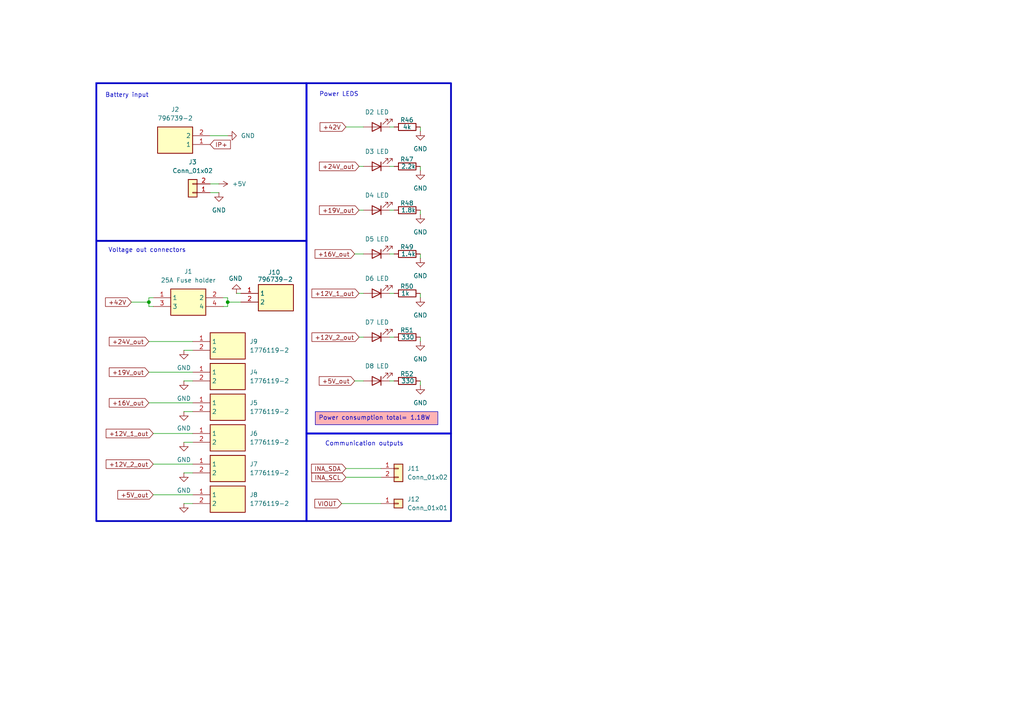
<source format=kicad_sch>
(kicad_sch (version 20231120) (generator "eeschema") (generator_version "8.0")
  (paper "A4")
  (title_block (title "Sheet Title A") (company "${COMPANY}"))
  (lib_symbols
    (symbol "1776119-2:1776119-2"
      (property "Reference" "J" (at 16.51 7.62 0))
      (property "Value" "1776119-2" (at 16.51 5.08 0))
      (symbol "1776119-2_1_1"
        (rectangle (start 5.08 2.54) (end 15.24 -5.08) (stroke (width 0.254)) (fill (type background)))
        (pin passive line (at 0 0 0) (length 5.08) (name "1") (number "1"))
        (pin passive line (at 0 -2.54 0) (length 5.08) (name "2") (number "2"))
      )
    )
    (symbol "3557-2:3557-2"
      (property "Reference" "J" (at 9.398 7.366 0))
      (property "Value" "3557-2" (at 6.604 4.826 0))
      (symbol "3557-2_1_1"
        (rectangle (start 5.08 2.54) (end 15.24 -5.08) (stroke (width 0.254)) (fill (type background)))
        (pin passive line (at 0 0 0) (length 5.08) (name "1") (number "1"))
        (pin passive line (at 20.32 0 180) (length 5.08) (name "2") (number "2"))
        (pin passive line (at 0 -2.54 0) (length 5.08) (name "3") (number "3"))
        (pin passive line (at 20.32 -2.54 180) (length 5.08) (name "4") (number "4"))
      )
    )
    (symbol "796739-2:796739-2"
      (property "Reference" "J" (at 16.51 7.62 0))
      (property "Value" "796739-2" (at 16.51 5.08 0))
      (symbol "796739-2_1_1"
        (rectangle (start 5.08 2.54) (end 15.24 -5.08) (stroke (width 0.254)) (fill (type background)))
        (pin passive line (at 0 0 0) (length 5.08) (name "1") (number "1"))
        (pin passive line (at 0 -2.54 0) (length 5.08) (name "2") (number "2"))
      )
    )
    (symbol "Connector_Generic:Conn_01x01" (pin_names (offset 1.016) hide)
      (property "Reference" "J" (at 0 2.54 0))
      (property "Value" "Conn_01x01" (at 0 -2.54 0))
      (symbol "Conn_01x01_1_1"
        (rectangle (start -1.27 0.127) (end 0 -0.127) (stroke (width 0.1524)))
        (rectangle (start -1.27 1.27) (end 1.27 -1.27) (stroke (width 0.254)) (fill (type background)))
        (pin passive line (at -5.08 0 0) (length 3.81) (name "Pin_1") (number "1"))
      )
    )
    (symbol "Connector_Generic:Conn_01x02" (pin_names (offset 1.016) hide)
      (property "Reference" "J" (at 0 2.54 0))
      (property "Value" "Conn_01x02" (at 0 -5.08 0))
      (symbol "Conn_01x02_1_1"
        (rectangle (start -1.27 -2.413) (end 0 -2.667) (stroke (width 0.1524)))
        (rectangle (start -1.27 0.127) (end 0 -0.127) (stroke (width 0.1524)))
        (rectangle (start -1.27 1.27) (end 1.27 -3.81) (stroke (width 0.254)) (fill (type background)))
        (pin passive line (at -5.08 0 0) (length 3.81) (name "Pin_1") (number "1"))
        (pin passive line (at -5.08 -2.54 0) (length 3.81) (name "Pin_2") (number "2"))
      )
    )
    (symbol "Device:LED" (pin_numbers hide) (pin_names (offset 1.016) hide)
      (property "Reference" "D" (at 0 2.54 0))
      (property "Value" "LED" (at 0 -2.54 0))
      (symbol "LED_0_1"
        (polyline (pts (xy -1.27 -1.27) (xy -1.27 1.27)) (stroke (width 0.254)))
        (polyline (pts (xy -1.27 0) (xy 1.27 0)))
        (polyline (pts (xy 1.27 -1.27) (xy 1.27 1.27) (xy -1.27 0) (xy 1.27 -1.27)) (stroke (width 0.254)))
        (polyline (pts (xy -3.048 -0.762) (xy -4.572 -2.286) (xy -3.81 -2.286) (xy -4.572 -2.286) (xy -4.572 -1.524)))
        (polyline (pts (xy -1.778 -0.762) (xy -3.302 -2.286) (xy -2.54 -2.286) (xy -3.302 -2.286) (xy -3.302 -1.524)))
      )
      (symbol "LED_1_1"
        (pin passive line (at -3.81 0 0) (length 2.54) (name "K") (number "1"))
        (pin passive line (at 3.81 0 180) (length 2.54) (name "A") (number "2"))
      )
    )
    (symbol "Device:R" (pin_numbers hide) (pin_names (offset 0))
      (property "Reference" "R" (at 2.032 0 90))
      (property "Value" "R" (at 0 0 90))
      (symbol "R_0_1"
        (rectangle (start -1.016 -2.54) (end 1.016 2.54) (stroke (width 0.254)))
      )
      (symbol "R_1_1"
        (pin passive line (at 0 3.81 270) (length 1.27) (name "~") (number "1"))
        (pin passive line (at 0 -3.81 90) (length 1.27) (name "~") (number "2"))
      )
    )
    (symbol "power:+5V" (power) (pin_numbers hide) (pin_names (offset 0) hide)
      (property "Value" "+5V" (at 0 3.556 0))
      (symbol "+5V_0_1"
        (polyline (pts (xy -0.762 1.27) (xy 0 2.54)))
        (polyline (pts (xy 0 0) (xy 0 2.54)))
        (polyline (pts (xy 0 2.54) (xy 0.762 1.27)))
      )
      (symbol "+5V_1_1"
        (pin power_in line (at 0 0 90) (length 0) (name "~") (number "1"))
      )
    )
    (symbol "power:GND" (power) (pin_numbers hide) (pin_names (offset 0) hide)
      (property "Value" "GND" (at 0 -3.81 0))
      (symbol "GND_0_1"
        (polyline (pts (xy 0 0) (xy 0 -1.27) (xy 1.27 -1.27) (xy 0 -2.54) (xy -1.27 -1.27) (xy 0 -1.27)))
      )
      (symbol "GND_1_1"
        (pin power_in line (at 0 0 270) (length 0) (name "~") (number "1"))
      )
    )
  )
  (junction (at 66.04 87.63))
  (junction (at 43.18 87.63))
  (wire (pts (xy 121.92 110.49) (xy 121.92 111.76)))
  (wire (pts (xy 121.92 48.26) (xy 121.92 49.53)))
  (wire (pts (xy 64.77 88.9) (xy 66.04 88.9)))
  (wire (pts (xy 68.58 85.09) (xy 69.85 85.09)))
  (wire (pts (xy 113.03 73.66) (xy 114.3 73.66)))
  (wire (pts (xy 100.33 135.89) (xy 110.49 135.89)))
  (wire (pts (xy 44.45 143.51) (xy 55.88 143.51)))
  (wire (pts (xy 53.34 110.49) (xy 55.88 110.49)))
  (wire (pts (xy 66.04 87.63) (xy 69.85 87.63)))
  (wire (pts (xy 113.03 48.26) (xy 114.3 48.26)))
  (wire (pts (xy 43.18 86.36) (xy 44.45 86.36)))
  (wire (pts (xy 104.14 48.26) (xy 105.41 48.26)))
  (wire (pts (xy 121.92 60.96) (xy 121.92 62.23)))
  (wire (pts (xy 113.03 110.49) (xy 114.3 110.49)))
  (wire (pts (xy 43.18 99.06) (xy 55.88 99.06)))
  (wire (pts (xy 104.14 97.79) (xy 105.41 97.79)))
  (wire (pts (xy 53.34 119.38) (xy 55.88 119.38)))
  (wire (pts (xy 53.34 128.27) (xy 55.88 128.27)))
  (wire (pts (xy 43.18 87.63) (xy 43.18 86.36)))
  (wire (pts (xy 53.34 101.6) (xy 55.88 101.6)))
  (wire (pts (xy 113.03 60.96) (xy 114.3 60.96)))
  (wire (pts (xy 38.1 87.63) (xy 43.18 87.63)))
  (wire (pts (xy 121.92 36.83) (xy 121.92 38.1)))
  (wire (pts (xy 104.14 85.09) (xy 105.41 85.09)))
  (wire (pts (xy 60.96 39.37) (xy 66.04 39.37)))
  (wire (pts (xy 43.18 107.95) (xy 55.88 107.95)))
  (wire (pts (xy 104.14 60.96) (xy 105.41 60.96)))
  (wire (pts (xy 60.96 55.88) (xy 63.5 55.88)))
  (wire (pts (xy 99.06 146.05) (xy 110.49 146.05)))
  (wire (pts (xy 66.04 86.36) (xy 66.04 87.63)))
  (wire (pts (xy 44.45 125.73) (xy 55.88 125.73)))
  (wire (pts (xy 113.03 36.83) (xy 114.3 36.83)))
  (wire (pts (xy 53.34 146.05) (xy 55.88 146.05)))
  (wire (pts (xy 102.87 73.66) (xy 105.41 73.66)))
  (wire (pts (xy 44.45 88.9) (xy 43.18 88.9)))
  (wire (pts (xy 121.92 85.09) (xy 121.92 86.36)))
  (wire (pts (xy 43.18 88.9) (xy 43.18 87.63)))
  (wire (pts (xy 60.96 53.34) (xy 63.5 53.34)))
  (wire (pts (xy 113.03 85.09) (xy 114.3 85.09)))
  (wire (pts (xy 121.92 97.79) (xy 121.92 99.06)))
  (wire (pts (xy 102.87 110.49) (xy 105.41 110.49)))
  (wire (pts (xy 100.33 138.43) (xy 110.49 138.43)))
  (wire (pts (xy 53.34 137.16) (xy 55.88 137.16)))
  (wire (pts (xy 113.03 97.79) (xy 114.3 97.79)))
  (wire (pts (xy 43.18 116.84) (xy 55.88 116.84)))
  (wire (pts (xy 44.45 134.62) (xy 55.88 134.62)))
  (wire (pts (xy 64.77 86.36) (xy 66.04 86.36)))
  (wire (pts (xy 66.04 87.63) (xy 66.04 88.9)))
  (wire (pts (xy 121.92 73.66) (xy 121.92 74.93)))
  (wire (pts (xy 100.33 36.83) (xy 105.41 36.83)))
  (rectangle (start 88.9 125.73) (end 130.81 151.13) (stroke (width 0.508)))
  (rectangle (start 27.94 24.13) (end 88.9 69.85) (stroke (width 0.508)))
  (rectangle (start 27.94 69.85) (end 88.9 151.13) (stroke (width 0.508)))
  (rectangle (start 88.9 24.13) (end 130.81 125.73) (stroke (width 0.508)))
  (text_box "Power consumption total= 1.18W\n\n" (at 91.44 119.38 0) (size 35.56 3.81) (fill (type color) (color 255 0 0 0.3)) (effects (font (size 1.27 1.27)) (justify left top)))
  (text "Voltage out connectors\n" (at 42.672 72.644 0) (effects (font (size 1.27 1.27))))
  (text "Power LEDS\n" (at 98.298 27.432 0) (effects (font (size 1.27 1.27))))
  (text "Battery input\n" (at 36.83 27.686 0) (effects (font (size 1.27 1.27))))
  (text "Communication outputs\n" (at 105.664 128.778 0) (effects (font (size 1.27 1.27))))
  (global_label "INA_SCL" (shape input) (at 100.33 138.43 180) (property "Intersheetrefs" "${INTERSHEET_REFS}" (effects (hide yes))))
  (global_label "+12V_1_out" (shape input) (at 44.45 125.73 180) (property "Intersheetrefs" "${INTERSHEET_REFS}" (effects (hide yes))))
  (global_label "INA_SDA" (shape input) (at 100.33 135.89 180) (property "Intersheetrefs" "${INTERSHEET_REFS}" (effects (hide yes))))
  (global_label "VIOUT" (shape input) (at 99.06 146.05 180) (property "Intersheetrefs" "${INTERSHEET_REFS}" (effects (hide yes))))
  (global_label "+19V_out" (shape input) (at 104.14 60.96 180) (property "Intersheetrefs" "${INTERSHEET_REFS}" (effects (hide yes))))
  (global_label "+5V_out" (shape input) (at 102.87 110.49 180) (property "Intersheetrefs" "${INTERSHEET_REFS}" (effects (hide yes))))
  (global_label "+24V_out" (shape input) (at 43.18 99.06 180) (property "Intersheetrefs" "${INTERSHEET_REFS}" (effects (hide yes))))
  (global_label "+5V_out" (shape input) (at 44.45 143.51 180) (property "Intersheetrefs" "${INTERSHEET_REFS}" (effects (hide yes))))
  (global_label "+12V_2_out" (shape input) (at 104.14 97.79 180) (property "Intersheetrefs" "${INTERSHEET_REFS}" (effects (hide yes))))
  (global_label "+12V_1_out" (shape input) (at 104.14 85.09 180) (property "Intersheetrefs" "${INTERSHEET_REFS}" (effects (hide yes))))
  (global_label "+19V_out" (shape input) (at 43.18 107.95 180) (property "Intersheetrefs" "${INTERSHEET_REFS}" (effects (hide yes))))
  (global_label "+24V_out" (shape input) (at 104.14 48.26 180) (property "Intersheetrefs" "${INTERSHEET_REFS}" (effects (hide yes))))
  (global_label "IP+" (shape input) (at 60.96 41.91 0) (property "Intersheetrefs" "${INTERSHEET_REFS}" (effects (hide yes))))
  (global_label "+42V" (shape input) (at 100.33 36.83 180) (property "Intersheetrefs" "${INTERSHEET_REFS}" (effects (hide yes))))
  (global_label "+42V" (shape input) (at 38.1 87.63 180) (property "Intersheetrefs" "${INTERSHEET_REFS}" (effects (hide yes))))
  (global_label "+16V_out" (shape input) (at 43.18 116.84 180) (property "Intersheetrefs" "${INTERSHEET_REFS}" (effects (hide yes))))
  (global_label "+16V_out" (shape input) (at 102.87 73.66 180) (property "Intersheetrefs" "${INTERSHEET_REFS}" (effects (hide yes))))
  (global_label "+12V_2_out" (shape input) (at 44.45 134.62 180) (property "Intersheetrefs" "${INTERSHEET_REFS}" (effects (hide yes))))
  (symbol (lib_id "Device:R") (at 118.11 85.09 270) (unit 1)
    (property "Reference" "R50" (at 116.078 83.058 90) (effects (justify left)))
    (property "Value" "1k" (at 116.332 85.09 90) (effects (justify left)))
    (property "Footprint" "Resistor_SMD:R_0603_1608Metric_Pad0.98x0.95mm_HandSolder" (effects (hide yes)))
    (property "Description" "Resistor" (effects (hide yes)))
  )
  (symbol (lib_id "Device:LED") (at 109.22 60.96 180) (unit 1)
    (property "Reference" "D4" (at 107.188 56.642 0))
    (property "Value" "LED" (at 110.998 56.642 0))
    (property "Footprint" "LED_SMD:LED_0603_1608Metric_Pad1.05x0.95mm_HandSolder" (effects (hide yes)))
    (property "Description" "Light emitting diode" (effects (hide yes)))
  )
  (symbol (lib_id "power:GND") (at 121.92 111.76 0) (unit 1)
    (property "Reference" "#PWR088" (effects (hide yes)))
    (property "Value" "GND" (at 121.92 116.84 0))
    (property "Description" "Power symbol creates a global label with name \"GND\" , ground" (effects (hide yes)))
  )
  (symbol (lib_id "power:GND") (at 53.34 101.6 0) (unit 1)
    (property "Reference" "#PWR072" (effects (hide yes)))
    (property "Value" "GND" (at 53.34 106.68 0))
    (property "Description" "Power symbol creates a global label with name \"GND\" , ground" (effects (hide yes)))
  )
  (symbol (lib_id "power:GND") (at 68.58 85.09 180) (unit 1)
    (property "Reference" "#PWR081" (effects (hide yes)))
    (property "Value" "GND" (at 68.326 80.772 0))
    (property "Description" "Power symbol creates a global label with name \"GND\" , ground" (effects (hide yes)))
  )
  (symbol (lib_id "1776119-2:1776119-2") (at 55.88 107.95 0) (unit 1)
    (property "Reference" "J4" (at 72.39 107.9499 0) (effects (justify left)))
    (property "Value" "1776119-2" (at 72.39 110.4899 0) (effects (justify left)))
    (property "Footprint" "17761192" (effects (hide yes)))
    (property "Datasheet" "https://www.te.com/commerce/DocumentDelivery/DDEController?Action=srchrtrv&DocNm=1-1773458-1_EURO_STYLE_QRG&DocType=Data%20Sheet&DocLang=English&PartCntxt=1776119-2&DocFormat=pdf" (effects (hide yes)))
    (property "Description" "Body Features: Primary Product Color Black | Product Orientation Vertical | Configuration Features: Wire Entry Location Side | Stacked Levels Without | Stacking Configuration Side Stackable | Number of Rows 1 | Wire Entry Angle 90 | Number of Positions 2 | Contact Features: Contact Mating Area Plating Material Tin | Contact Current Rating (Max) 10 AMP | Contact Base Material Brass | Dimensions: Wire Size 30  16 AWG | Wire Size .05  1.4 MMSQ | Electrical Characteristics: Operating Voltage 300 VAC | H" (effects (hide yes)))
    (property "Height" "10.15" (effects (hide yes)))
    (property "Mouser Part Number" "571-1776119-2" (effects (hide yes)))
    (property "Mouser Price/Stock" "https://www.mouser.co.uk/ProductDetail/TE-Connectivity/1776119-2?qs=wXhBCuSapIOt9kisiZ5F8Q%3D%3D" (effects (hide yes)))
    (property "Manufacturer_Name" "TE Connectivity" (effects (hide yes)))
    (property "Manufacturer_Part_Number" "1776119-2" (effects (hide yes)))
  )
  (symbol (lib_id "Connector_Generic:Conn_01x02") (at 115.57 135.89 0) (unit 1)
    (property "Reference" "J11" (at 118.11 135.8899 0) (effects (justify left)))
    (property "Value" "Conn_01x02" (at 118.11 138.4299 0) (effects (justify left)))
    (property "Footprint" "Connector_PinHeader_1.00mm:PinHeader_1x02_P1.00mm_Vertical" (effects (hide yes)))
    (property "Description" "Generic connector, single row, 01x02, script generated (kicad-library-utils/schlib/autogen/connector/)" (effects (hide yes)))
  )
  (symbol (lib_id "power:GND") (at 53.34 110.49 0) (unit 1)
    (property "Reference" "#PWR073" (effects (hide yes)))
    (property "Value" "GND" (at 53.34 115.57 0))
    (property "Description" "Power symbol creates a global label with name \"GND\" , ground" (effects (hide yes)))
  )
  (symbol (lib_id "power:GND") (at 53.34 146.05 0) (unit 1)
    (property "Reference" "#PWR077" (effects (hide yes)))
    (property "Value" "GND" (effects (hide yes)))
    (property "Description" "Power symbol creates a global label with name \"GND\" , ground" (effects (hide yes)))
  )
  (symbol (lib_id "1776119-2:1776119-2") (at 55.88 125.73 0) (unit 1)
    (property "Reference" "J6" (at 72.39 125.7299 0) (effects (justify left)))
    (property "Value" "1776119-2" (at 72.39 128.2699 0) (effects (justify left)))
    (property "Footprint" "17761192" (effects (hide yes)))
    (property "Datasheet" "https://www.te.com/commerce/DocumentDelivery/DDEController?Action=srchrtrv&DocNm=1-1773458-1_EURO_STYLE_QRG&DocType=Data%20Sheet&DocLang=English&PartCntxt=1776119-2&DocFormat=pdf" (effects (hide yes)))
    (property "Description" "Body Features: Primary Product Color Black | Product Orientation Vertical | Configuration Features: Wire Entry Location Side | Stacked Levels Without | Stacking Configuration Side Stackable | Number of Rows 1 | Wire Entry Angle 90 | Number of Positions 2 | Contact Features: Contact Mating Area Plating Material Tin | Contact Current Rating (Max) 10 AMP | Contact Base Material Brass | Dimensions: Wire Size 30  16 AWG | Wire Size .05  1.4 MMSQ | Electrical Characteristics: Operating Voltage 300 VAC | H" (effects (hide yes)))
    (property "Height" "10.15" (effects (hide yes)))
    (property "Mouser Part Number" "571-1776119-2" (effects (hide yes)))
    (property "Mouser Price/Stock" "https://www.mouser.co.uk/ProductDetail/TE-Connectivity/1776119-2?qs=wXhBCuSapIOt9kisiZ5F8Q%3D%3D" (effects (hide yes)))
    (property "Manufacturer_Name" "TE Connectivity" (effects (hide yes)))
    (property "Manufacturer_Part_Number" "1776119-2" (effects (hide yes)))
  )
  (symbol (lib_id "796739-2:796739-2") (at 69.85 85.09 0) (unit 1)
    (property "Reference" "J10" (at 77.724 78.994 0) (effects (justify left)))
    (property "Value" "796739-2" (at 74.676 81.026 0) (effects (justify left)))
    (property "Footprint" "7967392" (effects (hide yes)))
    (property "Datasheet" "https://www.te.com/commerce/DocumentDelivery/DDEController?Action=srchrtrv&DocNm=1-1773458-1_EURO_STYLE_QRG&DocType=Data%20Sheet&DocLang=English&PartCntxt=796739-2&DocFormat=pdf" (effects (hide yes)))
    (property "Description" "Body Features: Product Orientation Vertical | Primary Product Color Green | Configuration Features: Wire Entry Angle 90 | Stacked Levels Without | Number of Positions 2 | Number of Rows 1 | Wire Entry Location Side | Contact Features: Contact Base Material Brass | Contact Current Rating (Max) 30 AMP | Contact Mating Area Plating Material Tin | Dimensions: Wire Size .05  5.26 MMSQ | Wire Size 30  10 AWG | Electrical Characteristics: Operating Voltage 600 VAC | Housing Features: Housing Material PA 66" (effects (hide yes)))
    (property "Height" "21.7" (effects (hide yes)))
    (property "Mouser Part Number" "571-796739-2" (effects (hide yes)))
    (property "Mouser Price/Stock" "https://www.mouser.co.uk/ProductDetail/TE-Connectivity/796739-2?qs=DUs9f6OUnucjHXAXMBymqQ%3D%3D" (effects (hide yes)))
    (property "Manufacturer_Name" "TE Connectivity" (effects (hide yes)))
    (property "Manufacturer_Part_Number" "796739-2" (effects (hide yes)))
  )
  (symbol (lib_id "Device:LED") (at 109.22 36.83 180) (unit 1)
    (property "Reference" "D2" (at 107.188 32.512 0))
    (property "Value" "LED" (at 110.998 32.512 0))
    (property "Footprint" "LED_SMD:LED_0603_1608Metric_Pad1.05x0.95mm_HandSolder" (effects (hide yes)))
    (property "Description" "Light emitting diode" (effects (hide yes)))
  )
  (symbol (lib_id "Connector_Generic:Conn_01x01") (at 115.57 146.05 0) (unit 1)
    (property "Reference" "J12" (at 118.11 144.7799 0) (effects (justify left)))
    (property "Value" "Conn_01x01" (at 118.11 147.3199 0) (effects (justify left)))
    (property "Footprint" "Connector_PinHeader_1.00mm:PinHeader_1x01_P1.00mm_Vertical" (effects (hide yes)))
    (property "Description" "Generic connector, single row, 01x01, script generated (kicad-library-utils/schlib/autogen/connector/)" (effects (hide yes)))
  )
  (symbol (lib_id "power:GND") (at 53.34 137.16 0) (unit 1)
    (property "Reference" "#PWR076" (effects (hide yes)))
    (property "Value" "GND" (at 53.34 142.24 0))
    (property "Description" "Power symbol creates a global label with name \"GND\" , ground" (effects (hide yes)))
  )
  (symbol (lib_id "power:GND") (at 121.92 99.06 0) (unit 1)
    (property "Reference" "#PWR087" (effects (hide yes)))
    (property "Value" "GND" (at 121.92 104.14 0))
    (property "Description" "Power symbol creates a global label with name \"GND\" , ground" (effects (hide yes)))
  )
  (symbol (lib_id "power:GND") (at 63.5 55.88 0) (unit 1)
    (property "Reference" "#PWR080" (effects (hide yes)))
    (property "Value" "GND" (at 63.5 60.96 0))
    (property "Description" "Power symbol creates a global label with name \"GND\" , ground" (effects (hide yes)))
  )
  (symbol (lib_id "1776119-2:1776119-2") (at 55.88 134.62 0) (unit 1)
    (property "Reference" "J7" (at 72.39 134.6199 0) (effects (justify left)))
    (property "Value" "1776119-2" (at 72.39 137.1599 0) (effects (justify left)))
    (property "Footprint" "17761192" (effects (hide yes)))
    (property "Datasheet" "https://www.te.com/commerce/DocumentDelivery/DDEController?Action=srchrtrv&DocNm=1-1773458-1_EURO_STYLE_QRG&DocType=Data%20Sheet&DocLang=English&PartCntxt=1776119-2&DocFormat=pdf" (effects (hide yes)))
    (property "Description" "Body Features: Primary Product Color Black | Product Orientation Vertical | Configuration Features: Wire Entry Location Side | Stacked Levels Without | Stacking Configuration Side Stackable | Number of Rows 1 | Wire Entry Angle 90 | Number of Positions 2 | Contact Features: Contact Mating Area Plating Material Tin | Contact Current Rating (Max) 10 AMP | Contact Base Material Brass | Dimensions: Wire Size 30  16 AWG | Wire Size .05  1.4 MMSQ | Electrical Characteristics: Operating Voltage 300 VAC | H" (effects (hide yes)))
    (property "Height" "10.15" (effects (hide yes)))
    (property "Mouser Part Number" "571-1776119-2" (effects (hide yes)))
    (property "Mouser Price/Stock" "https://www.mouser.co.uk/ProductDetail/TE-Connectivity/1776119-2?qs=wXhBCuSapIOt9kisiZ5F8Q%3D%3D" (effects (hide yes)))
    (property "Manufacturer_Name" "TE Connectivity" (effects (hide yes)))
    (property "Manufacturer_Part_Number" "1776119-2" (effects (hide yes)))
  )
  (symbol (lib_id "power:GND") (at 53.34 128.27 0) (unit 1)
    (property "Reference" "#PWR075" (effects (hide yes)))
    (property "Value" "GND" (at 53.34 133.35 0))
    (property "Description" "Power symbol creates a global label with name \"GND\" , ground" (effects (hide yes)))
  )
  (symbol (lib_id "1776119-2:1776119-2") (at 55.88 143.51 0) (unit 1)
    (property "Reference" "J8" (at 72.39 143.5099 0) (effects (justify left)))
    (property "Value" "1776119-2" (at 72.39 146.0499 0) (effects (justify left)))
    (property "Footprint" "17761192" (effects (hide yes)))
    (property "Datasheet" "https://www.te.com/commerce/DocumentDelivery/DDEController?Action=srchrtrv&DocNm=1-1773458-1_EURO_STYLE_QRG&DocType=Data%20Sheet&DocLang=English&PartCntxt=1776119-2&DocFormat=pdf" (effects (hide yes)))
    (property "Description" "Body Features: Primary Product Color Black | Product Orientation Vertical | Configuration Features: Wire Entry Location Side | Stacked Levels Without | Stacking Configuration Side Stackable | Number of Rows 1 | Wire Entry Angle 90 | Number of Positions 2 | Contact Features: Contact Mating Area Plating Material Tin | Contact Current Rating (Max) 10 AMP | Contact Base Material Brass | Dimensions: Wire Size 30  16 AWG | Wire Size .05  1.4 MMSQ | Electrical Characteristics: Operating Voltage 300 VAC | H" (effects (hide yes)))
    (property "Height" "10.15" (effects (hide yes)))
    (property "Mouser Part Number" "571-1776119-2" (effects (hide yes)))
    (property "Mouser Price/Stock" "https://www.mouser.co.uk/ProductDetail/TE-Connectivity/1776119-2?qs=wXhBCuSapIOt9kisiZ5F8Q%3D%3D" (effects (hide yes)))
    (property "Manufacturer_Name" "TE Connectivity" (effects (hide yes)))
    (property "Manufacturer_Part_Number" "1776119-2" (effects (hide yes)))
  )
  (symbol (lib_id "1776119-2:1776119-2") (at 55.88 99.06 0) (unit 1)
    (property "Reference" "J9" (at 72.39 99.0599 0) (effects (justify left)))
    (property "Value" "1776119-2" (at 72.39 101.5999 0) (effects (justify left)))
    (property "Footprint" "17761192" (effects (hide yes)))
    (property "Datasheet" "https://www.te.com/commerce/DocumentDelivery/DDEController?Action=srchrtrv&DocNm=1-1773458-1_EURO_STYLE_QRG&DocType=Data%20Sheet&DocLang=English&PartCntxt=1776119-2&DocFormat=pdf" (effects (hide yes)))
    (property "Description" "Body Features: Primary Product Color Black | Product Orientation Vertical | Configuration Features: Wire Entry Location Side | Stacked Levels Without | Stacking Configuration Side Stackable | Number of Rows 1 | Wire Entry Angle 90 | Number of Positions 2 | Contact Features: Contact Mating Area Plating Material Tin | Contact Current Rating (Max) 10 AMP | Contact Base Material Brass | Dimensions: Wire Size 30  16 AWG | Wire Size .05  1.4 MMSQ | Electrical Characteristics: Operating Voltage 300 VAC | H" (effects (hide yes)))
    (property "Height" "10.15" (effects (hide yes)))
    (property "Mouser Part Number" "571-1776119-2" (effects (hide yes)))
    (property "Mouser Price/Stock" "https://www.mouser.co.uk/ProductDetail/TE-Connectivity/1776119-2?qs=wXhBCuSapIOt9kisiZ5F8Q%3D%3D" (effects (hide yes)))
    (property "Manufacturer_Name" "TE Connectivity" (effects (hide yes)))
    (property "Manufacturer_Part_Number" "1776119-2" (effects (hide yes)))
  )
  (symbol (lib_id "Device:R") (at 118.11 36.83 270) (unit 1)
    (property "Reference" "R46" (at 116.078 34.798 90) (effects (justify left)))
    (property "Value" "4k" (at 116.84 36.83 90) (effects (justify left)))
    (property "Footprint" "Resistor_SMD:R_0603_1608Metric_Pad0.98x0.95mm_HandSolder" (effects (hide yes)))
    (property "Description" "Resistor" (effects (hide yes)))
  )
  (symbol (lib_id "power:GND") (at 121.92 86.36 0) (unit 1)
    (property "Reference" "#PWR086" (effects (hide yes)))
    (property "Value" "GND" (at 121.92 91.44 0))
    (property "Description" "Power symbol creates a global label with name \"GND\" , ground" (effects (hide yes)))
  )
  (symbol (lib_id "Device:R") (at 118.11 97.79 270) (unit 1)
    (property "Reference" "R51" (at 116.078 95.758 90) (effects (justify left)))
    (property "Value" "330" (at 116.332 97.79 90) (effects (justify left)))
    (property "Footprint" "Resistor_SMD:R_0603_1608Metric_Pad0.98x0.95mm_HandSolder" (effects (hide yes)))
    (property "Description" "Resistor" (effects (hide yes)))
  )
  (symbol (lib_id "power:GND") (at 121.92 49.53 0) (unit 1)
    (property "Reference" "#PWR083" (effects (hide yes)))
    (property "Value" "GND" (at 121.92 54.61 0))
    (property "Description" "Power symbol creates a global label with name \"GND\" , ground" (effects (hide yes)))
  )
  (symbol (lib_id "Device:R") (at 118.11 110.49 270) (unit 1)
    (property "Reference" "R52" (at 116.078 108.458 90) (effects (justify left)))
    (property "Value" "330" (at 116.332 110.49 90) (effects (justify left)))
    (property "Footprint" "Resistor_SMD:R_0603_1608Metric_Pad0.98x0.95mm_HandSolder" (effects (hide yes)))
    (property "Description" "Resistor" (effects (hide yes)))
  )
  (symbol (lib_id "Device:R") (at 118.11 48.26 270) (unit 1)
    (property "Reference" "R47" (at 116.078 46.228 90) (effects (justify left)))
    (property "Value" "2.2k" (at 116.332 48.26 90) (effects (justify left)))
    (property "Footprint" "Resistor_SMD:R_0603_1608Metric_Pad0.98x0.95mm_HandSolder" (effects (hide yes)))
    (property "Description" "Resistor" (effects (hide yes)))
  )
  (symbol (lib_id "power:GND") (at 66.04 39.37 90) (unit 1)
    (property "Reference" "#PWR078" (effects (hide yes)))
    (property "Value" "GND" (at 69.85 39.3699 90) (effects (justify right)))
    (property "Description" "Power symbol creates a global label with name \"GND\" , ground" (effects (hide yes)))
  )
  (symbol (lib_id "Device:LED") (at 109.22 73.66 180) (unit 1)
    (property "Reference" "D5" (at 107.188 69.342 0))
    (property "Value" "LED" (at 110.998 69.342 0))
    (property "Footprint" "LED_SMD:LED_0603_1608Metric_Pad1.05x0.95mm_HandSolder" (effects (hide yes)))
    (property "Description" "Light emitting diode" (effects (hide yes)))
  )
  (symbol (lib_id "Device:LED") (at 109.22 85.09 180) (unit 1)
    (property "Reference" "D6" (at 107.188 80.772 0))
    (property "Value" "LED" (at 110.998 80.772 0))
    (property "Footprint" "LED_SMD:LED_0603_1608Metric_Pad1.05x0.95mm_HandSolder" (effects (hide yes)))
    (property "Description" "Light emitting diode" (effects (hide yes)))
  )
  (symbol (lib_id "power:GND") (at 121.92 62.23 0) (unit 1)
    (property "Reference" "#PWR084" (effects (hide yes)))
    (property "Value" "GND" (at 121.92 67.31 0))
    (property "Description" "Power symbol creates a global label with name \"GND\" , ground" (effects (hide yes)))
  )
  (symbol (lib_id "Device:LED") (at 109.22 110.49 180) (unit 1)
    (property "Reference" "D8" (at 107.188 106.172 0))
    (property "Value" "LED" (at 110.998 106.172 0))
    (property "Footprint" "LED_SMD:LED_0603_1608Metric_Pad1.05x0.95mm_HandSolder" (effects (hide yes)))
    (property "Description" "Light emitting diode" (effects (hide yes)))
  )
  (symbol (lib_id "Device:R") (at 118.11 60.96 270) (unit 1)
    (property "Reference" "R48" (at 116.078 58.928 90) (effects (justify left)))
    (property "Value" "1.8k" (at 116.332 60.96 90) (effects (justify left)))
    (property "Footprint" "Resistor_SMD:R_0603_1608Metric_Pad0.98x0.95mm_HandSolder" (effects (hide yes)))
    (property "Description" "Resistor" (effects (hide yes)))
  )
  (symbol (lib_id "1776119-2:1776119-2") (at 55.88 116.84 0) (unit 1)
    (property "Reference" "J5" (at 72.39 116.8399 0) (effects (justify left)))
    (property "Value" "1776119-2" (at 72.39 119.3799 0) (effects (justify left)))
    (property "Footprint" "17761192" (effects (hide yes)))
    (property "Datasheet" "https://www.te.com/commerce/DocumentDelivery/DDEController?Action=srchrtrv&DocNm=1-1773458-1_EURO_STYLE_QRG&DocType=Data%20Sheet&DocLang=English&PartCntxt=1776119-2&DocFormat=pdf" (effects (hide yes)))
    (property "Description" "Body Features: Primary Product Color Black | Product Orientation Vertical | Configuration Features: Wire Entry Location Side | Stacked Levels Without | Stacking Configuration Side Stackable | Number of Rows 1 | Wire Entry Angle 90 | Number of Positions 2 | Contact Features: Contact Mating Area Plating Material Tin | Contact Current Rating (Max) 10 AMP | Contact Base Material Brass | Dimensions: Wire Size 30  16 AWG | Wire Size .05  1.4 MMSQ | Electrical Characteristics: Operating Voltage 300 VAC | H" (effects (hide yes)))
    (property "Height" "10.15" (effects (hide yes)))
    (property "Mouser Part Number" "571-1776119-2" (effects (hide yes)))
    (property "Mouser Price/Stock" "https://www.mouser.co.uk/ProductDetail/TE-Connectivity/1776119-2?qs=wXhBCuSapIOt9kisiZ5F8Q%3D%3D" (effects (hide yes)))
    (property "Manufacturer_Name" "TE Connectivity" (effects (hide yes)))
    (property "Manufacturer_Part_Number" "1776119-2" (effects (hide yes)))
  )
  (symbol (lib_id "Device:LED") (at 109.22 97.79 180) (unit 1)
    (property "Reference" "D7" (at 107.188 93.472 0))
    (property "Value" "LED" (at 110.998 93.472 0))
    (property "Footprint" "LED_SMD:LED_0603_1608Metric_Pad1.05x0.95mm_HandSolder" (effects (hide yes)))
    (property "Description" "Light emitting diode" (effects (hide yes)))
  )
  (symbol (lib_id "Device:LED") (at 109.22 48.26 180) (unit 1)
    (property "Reference" "D3" (at 107.188 43.942 0))
    (property "Value" "LED" (at 110.998 43.942 0))
    (property "Footprint" "LED_SMD:LED_0603_1608Metric_Pad1.05x0.95mm_HandSolder" (effects (hide yes)))
    (property "Description" "Light emitting diode" (effects (hide yes)))
  )
  (symbol (lib_id "796739-2:796739-2") (at 60.96 41.91 180) (unit 1)
    (property "Reference" "J2" (at 50.8 31.75 0))
    (property "Value" "796739-2" (at 50.8 34.29 0))
    (property "Footprint" "7967392" (effects (hide yes)))
    (property "Datasheet" "https://www.te.com/commerce/DocumentDelivery/DDEController?Action=srchrtrv&DocNm=1-1773458-1_EURO_STYLE_QRG&DocType=Data%20Sheet&DocLang=English&PartCntxt=796739-2&DocFormat=pdf" (effects (hide yes)))
    (property "Description" "Body Features: Product Orientation Vertical | Primary Product Color Green | Configuration Features: Wire Entry Angle 90 | Stacked Levels Without | Number of Positions 2 | Number of Rows 1 | Wire Entry Location Side | Contact Features: Contact Base Material Brass | Contact Current Rating (Max) 30 AMP | Contact Mating Area Plating Material Tin | Dimensions: Wire Size .05  5.26 MMSQ | Wire Size 30  10 AWG | Electrical Characteristics: Operating Voltage 600 VAC | Housing Features: Housing Material PA 66" (effects (hide yes)))
    (property "Height" "21.7" (effects (hide yes)))
    (property "Mouser Part Number" "571-796739-2" (effects (hide yes)))
    (property "Mouser Price/Stock" "https://www.mouser.co.uk/ProductDetail/TE-Connectivity/796739-2?qs=DUs9f6OUnucjHXAXMBymqQ%3D%3D" (effects (hide yes)))
    (property "Manufacturer_Name" "TE Connectivity" (effects (hide yes)))
    (property "Manufacturer_Part_Number" "796739-2" (effects (hide yes)))
  )
  (symbol (lib_id "3557-2:3557-2") (at 44.45 86.36 0) (unit 1)
    (property "Reference" "J1" (at 54.61 78.74 0))
    (property "Value" "25A Fuse holder" (at 54.61 81.28 0))
    (property "Footprint" "3557-2" (effects (hide yes)))
    (property "Datasheet" "http://www.keyelco.com/product-pdf.cfm?p=296" (effects (hide yes)))
    (property "Description" "THM 2 in 1 Auto Blade Holder P/N 3557-2" (effects (hide yes)))
    (property "Mouser Part Number" "534-3557-2" (effects (hide yes)))
    (property "Mouser Price/Stock" "https://www.mouser.co.uk/ProductDetail/Keystone-Electronics/3557-2?qs=cxy41lVAGV%2FfbyASjpXK1g%3D%3D" (effects (hide yes)))
    (property "Manufacturer_Name" "Keystone Electronics" (effects (hide yes)))
    (property "Manufacturer_Part_Number" "3557-2" (effects (hide yes)))
  )
  (symbol (lib_id "power:GND") (at 53.34 119.38 0) (unit 1)
    (property "Reference" "#PWR074" (effects (hide yes)))
    (property "Value" "GND" (at 53.34 124.206 0))
    (property "Description" "Power symbol creates a global label with name \"GND\" , ground" (effects (hide yes)))
  )
  (symbol (lib_id "Connector_Generic:Conn_01x02") (at 55.88 55.88 180) (unit 1)
    (property "Reference" "J3" (at 55.88 46.99 0))
    (property "Value" "Conn_01x02" (at 55.88 49.53 0))
    (property "Footprint" "Connector_PinHeader_1.00mm:PinHeader_1x02_P1.00mm_Vertical" (effects (hide yes)))
    (property "Description" "Generic connector, single row, 01x02, script generated (kicad-library-utils/schlib/autogen/connector/)" (effects (hide yes)))
  )
  (symbol (lib_id "power:GND") (at 121.92 74.93 0) (unit 1)
    (property "Reference" "#PWR085" (effects (hide yes)))
    (property "Value" "GND" (at 121.92 80.01 0))
    (property "Description" "Power symbol creates a global label with name \"GND\" , ground" (effects (hide yes)))
  )
  (symbol (lib_id "power:+5V") (at 63.5 53.34 270) (unit 1)
    (property "Reference" "#PWR079" (effects (hide yes)))
    (property "Value" "+5V" (at 67.31 53.3399 90) (effects (justify left)))
    (property "Description" "Power symbol creates a global label with name \"+5V\"" (effects (hide yes)))
  )
  (symbol (lib_id "Device:R") (at 118.11 73.66 270) (unit 1)
    (property "Reference" "R49" (at 116.078 71.628 90) (effects (justify left)))
    (property "Value" "1.4k" (at 116.332 73.66 90) (effects (justify left)))
    (property "Footprint" "Resistor_SMD:R_0603_1608Metric_Pad0.98x0.95mm_HandSolder" (effects (hide yes)))
    (property "Description" "Resistor" (effects (hide yes)))
  )
  (symbol (lib_id "power:GND") (at 121.92 38.1 0) (unit 1)
    (property "Reference" "#PWR082" (effects (hide yes)))
    (property "Value" "GND" (at 121.92 43.18 0))
    (property "Description" "Power symbol creates a global label with name \"GND\" , ground" (effects (hide yes)))
  )
)
</source>
